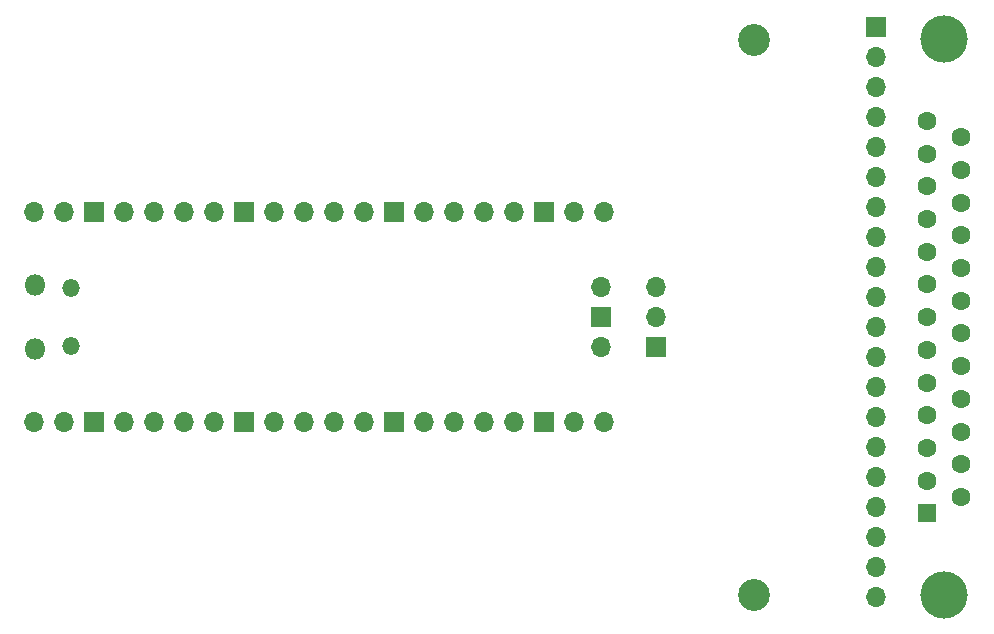
<source format=gbr>
%TF.GenerationSoftware,KiCad,Pcbnew,6.0.10-86aedd382b~118~ubuntu20.04.1*%
%TF.CreationDate,2022-12-30T18:50:17-08:00*%
%TF.ProjectId,parallel2usb,70617261-6c6c-4656-9c32-7573622e6b69,rev?*%
%TF.SameCoordinates,Original*%
%TF.FileFunction,Soldermask,Bot*%
%TF.FilePolarity,Negative*%
%FSLAX46Y46*%
G04 Gerber Fmt 4.6, Leading zero omitted, Abs format (unit mm)*
G04 Created by KiCad (PCBNEW 6.0.10-86aedd382b~118~ubuntu20.04.1) date 2022-12-30 18:50:17*
%MOMM*%
%LPD*%
G01*
G04 APERTURE LIST*
%ADD10C,2.700000*%
%ADD11C,4.000000*%
%ADD12R,1.600000X1.600000*%
%ADD13C,1.600000*%
%ADD14O,1.700000X1.700000*%
%ADD15R,1.700000X1.700000*%
%ADD16O,1.500000X1.500000*%
%ADD17O,1.800000X1.800000*%
G04 APERTURE END LIST*
D10*
%TO.C,H1*%
X184404000Y-78105000D03*
%TD*%
D11*
%TO.C,J1*%
X200508000Y-78055000D03*
X200508000Y-125155000D03*
D12*
X199088000Y-118225000D03*
D13*
X199088000Y-115455000D03*
X199088000Y-112685000D03*
X199088000Y-109915000D03*
X199088000Y-107145000D03*
X199088000Y-104375000D03*
X199088000Y-101605000D03*
X199088000Y-98835000D03*
X199088000Y-96065000D03*
X199088000Y-93295000D03*
X199088000Y-90525000D03*
X199088000Y-87755000D03*
X199088000Y-84985000D03*
X201928000Y-116840000D03*
X201928000Y-114070000D03*
X201928000Y-111300000D03*
X201928000Y-108530000D03*
X201928000Y-105760000D03*
X201928000Y-102990000D03*
X201928000Y-100220000D03*
X201928000Y-97450000D03*
X201928000Y-94680000D03*
X201928000Y-91910000D03*
X201928000Y-89140000D03*
X201928000Y-86370000D03*
%TD*%
D14*
%TO.C,J3*%
X176149000Y-99045000D03*
X176149000Y-101585000D03*
D15*
X176149000Y-104125000D03*
%TD*%
D14*
%TO.C,U4*%
X171450000Y-99060000D03*
D15*
X171450000Y-101600000D03*
D14*
X171450000Y-104140000D03*
X123420000Y-92710000D03*
X125960000Y-92710000D03*
D15*
X128500000Y-92710000D03*
D14*
X131040000Y-92710000D03*
X133580000Y-92710000D03*
X136120000Y-92710000D03*
X138660000Y-92710000D03*
D15*
X141200000Y-92710000D03*
D14*
X143740000Y-92710000D03*
X146280000Y-92710000D03*
X148820000Y-92710000D03*
X151360000Y-92710000D03*
D15*
X153900000Y-92710000D03*
D14*
X156440000Y-92710000D03*
X158980000Y-92710000D03*
X161520000Y-92710000D03*
X164060000Y-92710000D03*
D15*
X166600000Y-92710000D03*
D14*
X169140000Y-92710000D03*
X171680000Y-92710000D03*
X171680000Y-110490000D03*
X169140000Y-110490000D03*
D15*
X166600000Y-110490000D03*
D14*
X164060000Y-110490000D03*
X161520000Y-110490000D03*
X158980000Y-110490000D03*
X156440000Y-110490000D03*
D15*
X153900000Y-110490000D03*
D14*
X151360000Y-110490000D03*
X148820000Y-110490000D03*
X146280000Y-110490000D03*
X143740000Y-110490000D03*
D15*
X141200000Y-110490000D03*
D14*
X138660000Y-110490000D03*
X136120000Y-110490000D03*
X133580000Y-110490000D03*
X131040000Y-110490000D03*
D15*
X128500000Y-110490000D03*
D14*
X125960000Y-110490000D03*
X123420000Y-110490000D03*
D16*
X126580000Y-99175000D03*
D17*
X123550000Y-104325000D03*
D16*
X126580000Y-104025000D03*
D17*
X123550000Y-98875000D03*
%TD*%
D10*
%TO.C,H2*%
X184404000Y-125095000D03*
%TD*%
D15*
%TO.C,J2*%
X194770000Y-77082000D03*
D14*
X194770000Y-79622000D03*
X194770000Y-82162000D03*
X194770000Y-84702000D03*
X194770000Y-87242000D03*
X194770000Y-89782000D03*
X194770000Y-92322000D03*
X194770000Y-94862000D03*
X194770000Y-97402000D03*
X194770000Y-99942000D03*
X194770000Y-102482000D03*
X194770000Y-105022000D03*
X194770000Y-107562000D03*
X194770000Y-110102000D03*
X194770000Y-112642000D03*
X194770000Y-115182000D03*
X194770000Y-117722000D03*
X194770000Y-120262000D03*
X194770000Y-122802000D03*
X194770000Y-125342000D03*
%TD*%
M02*

</source>
